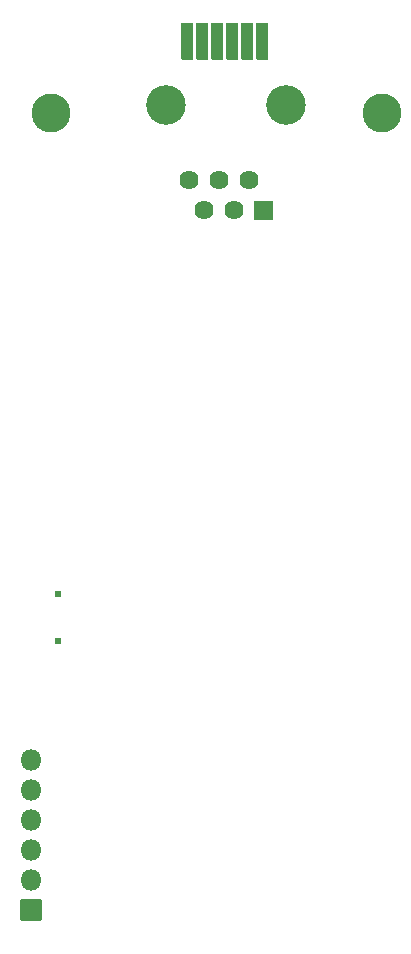
<source format=gbs>
G04 #@! TF.GenerationSoftware,KiCad,Pcbnew,(5.1.7)-1*
G04 #@! TF.CreationDate,2021-06-27T15:00:08+02:00*
G04 #@! TF.ProjectId,TwomesGateway,54776f6d-6573-4476-9174-657761792e6b,rev?*
G04 #@! TF.SameCoordinates,Original*
G04 #@! TF.FileFunction,Soldermask,Bot*
G04 #@! TF.FilePolarity,Negative*
%FSLAX46Y46*%
G04 Gerber Fmt 4.6, Leading zero omitted, Abs format (unit mm)*
G04 Created by KiCad (PCBNEW (5.1.7)-1) date 2021-06-27 15:00:08*
%MOMM*%
%LPD*%
G01*
G04 APERTURE LIST*
%ADD10C,0.602000*%
%ADD11C,3.302000*%
%ADD12C,3.352000*%
%ADD13C,1.622000*%
%ADD14O,1.802000X1.802000*%
G04 APERTURE END LIST*
G36*
G01*
X80575000Y-66649000D02*
X81475000Y-66649000D01*
G75*
G02*
X81526000Y-66700000I0J-51000D01*
G01*
X81526000Y-69700000D01*
G75*
G02*
X81475000Y-69751000I-51000J0D01*
G01*
X80575000Y-69751000D01*
G75*
G02*
X80524000Y-69700000I0J51000D01*
G01*
X80524000Y-66700000D01*
G75*
G02*
X80575000Y-66649000I51000J0D01*
G01*
G37*
G36*
G01*
X81845000Y-66649000D02*
X82745000Y-66649000D01*
G75*
G02*
X82796000Y-66700000I0J-51000D01*
G01*
X82796000Y-69700000D01*
G75*
G02*
X82745000Y-69751000I-51000J0D01*
G01*
X81845000Y-69751000D01*
G75*
G02*
X81794000Y-69700000I0J51000D01*
G01*
X81794000Y-66700000D01*
G75*
G02*
X81845000Y-66649000I51000J0D01*
G01*
G37*
G36*
G01*
X83115000Y-66649000D02*
X84015000Y-66649000D01*
G75*
G02*
X84066000Y-66700000I0J-51000D01*
G01*
X84066000Y-69700000D01*
G75*
G02*
X84015000Y-69751000I-51000J0D01*
G01*
X83115000Y-69751000D01*
G75*
G02*
X83064000Y-69700000I0J51000D01*
G01*
X83064000Y-66700000D01*
G75*
G02*
X83115000Y-66649000I51000J0D01*
G01*
G37*
G36*
G01*
X84385000Y-66649000D02*
X85285000Y-66649000D01*
G75*
G02*
X85336000Y-66700000I0J-51000D01*
G01*
X85336000Y-69700000D01*
G75*
G02*
X85285000Y-69751000I-51000J0D01*
G01*
X84385000Y-69751000D01*
G75*
G02*
X84334000Y-69700000I0J51000D01*
G01*
X84334000Y-66700000D01*
G75*
G02*
X84385000Y-66649000I51000J0D01*
G01*
G37*
G36*
G01*
X85655000Y-66649000D02*
X86555000Y-66649000D01*
G75*
G02*
X86606000Y-66700000I0J-51000D01*
G01*
X86606000Y-69700000D01*
G75*
G02*
X86555000Y-69751000I-51000J0D01*
G01*
X85655000Y-69751000D01*
G75*
G02*
X85604000Y-69700000I0J51000D01*
G01*
X85604000Y-66700000D01*
G75*
G02*
X85655000Y-66649000I51000J0D01*
G01*
G37*
G36*
G01*
X86925000Y-66649000D02*
X87825000Y-66649000D01*
G75*
G02*
X87876000Y-66700000I0J-51000D01*
G01*
X87876000Y-69700000D01*
G75*
G02*
X87825000Y-69751000I-51000J0D01*
G01*
X86925000Y-69751000D01*
G75*
G02*
X86874000Y-69700000I0J51000D01*
G01*
X86874000Y-66700000D01*
G75*
G02*
X86925000Y-66649000I51000J0D01*
G01*
G37*
D10*
X70100000Y-119000000D03*
X70100000Y-115000000D03*
D11*
X69500000Y-74250000D03*
X97500000Y-74250000D03*
G36*
G01*
X88311000Y-81739999D02*
X88311000Y-83260001D01*
G75*
G02*
X88260001Y-83311000I-50999J0D01*
G01*
X86739999Y-83311000D01*
G75*
G02*
X86689000Y-83260001I0J50999D01*
G01*
X86689000Y-81739999D01*
G75*
G02*
X86739999Y-81689000I50999J0D01*
G01*
X88260001Y-81689000D01*
G75*
G02*
X88311000Y-81739999I0J-50999D01*
G01*
G37*
D12*
X89410000Y-73610000D03*
D13*
X86230000Y-79960000D03*
X84960000Y-82500000D03*
X83690000Y-79960000D03*
X82420000Y-82500000D03*
X81150000Y-79960000D03*
D12*
X79250000Y-73610000D03*
D14*
X67800000Y-129050000D03*
X67800000Y-131590000D03*
X67800000Y-134130000D03*
X67800000Y-136670000D03*
X67800000Y-139210000D03*
G36*
G01*
X68701000Y-140900000D02*
X68701000Y-142600000D01*
G75*
G02*
X68650000Y-142651000I-51000J0D01*
G01*
X66950000Y-142651000D01*
G75*
G02*
X66899000Y-142600000I0J51000D01*
G01*
X66899000Y-140900000D01*
G75*
G02*
X66950000Y-140849000I51000J0D01*
G01*
X68650000Y-140849000D01*
G75*
G02*
X68701000Y-140900000I0J-51000D01*
G01*
G37*
M02*

</source>
